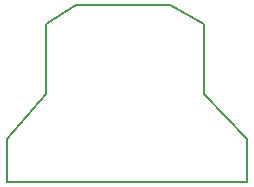
<source format=gbr>
%TF.GenerationSoftware,Novarm,DipTrace,3.2.0.1*%
%TF.CreationDate,2018-02-01T20:33:38-08:00*%
%FSLAX26Y26*%
%MOIN*%
%TF.FileFunction,Profile*%
%TF.Part,Single*%
%ADD11C,0.005512*%
G75*
G01*
%LPD*%
X394016Y537766D2*
D11*
X525265Y687766D1*
Y919041D1*
X625265Y981516D1*
X937765D1*
X1050265Y919016D1*
Y687766D1*
X1194016Y537766D1*
Y394016D1*
X394016D1*
Y537766D1*
M02*

</source>
